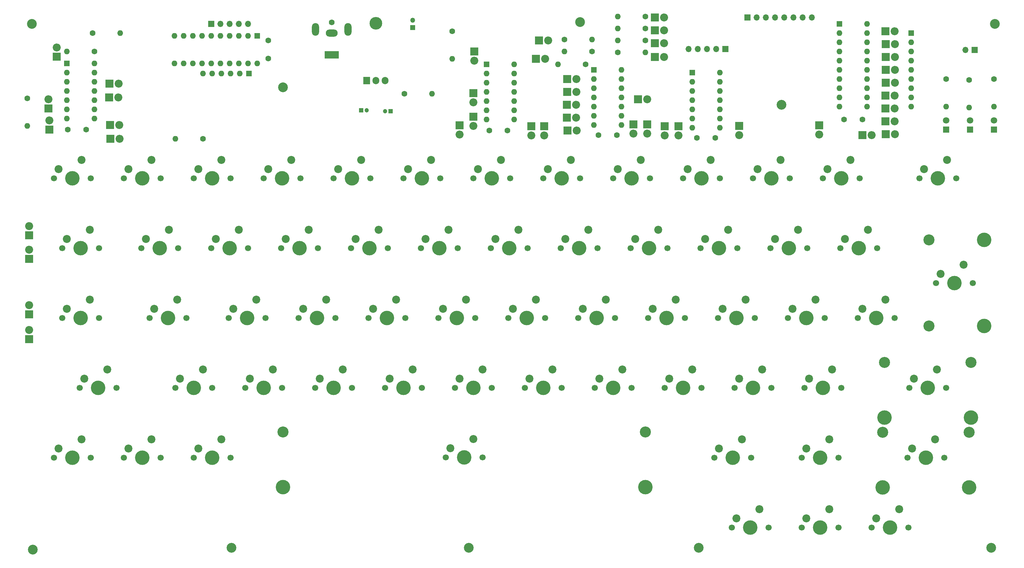
<source format=gbr>
%TF.GenerationSoftware,KiCad,Pcbnew,6.0.2+dfsg-1*%
%TF.CreationDate,2024-11-18T22:50:37+00:00*%
%TF.ProjectId,kb,6b622e6b-6963-4616-945f-706362585858,rev?*%
%TF.SameCoordinates,Original*%
%TF.FileFunction,Soldermask,Top*%
%TF.FilePolarity,Negative*%
%FSLAX46Y46*%
G04 Gerber Fmt 4.6, Leading zero omitted, Abs format (unit mm)*
G04 Created by KiCad (PCBNEW 6.0.2+dfsg-1) date 2024-11-18 22:50:37*
%MOMM*%
%LPD*%
G01*
G04 APERTURE LIST*
%ADD10C,1.600000*%
%ADD11R,2.200000X2.200000*%
%ADD12O,2.200000X2.200000*%
%ADD13C,2.700000*%
%ADD14O,1.600000X1.600000*%
%ADD15C,4.000000*%
%ADD16C,1.700000*%
%ADD17C,2.200000*%
%ADD18R,1.700000X1.700000*%
%ADD19O,1.700000X1.700000*%
%ADD20C,3.050000*%
%ADD21R,1.600000X1.600000*%
%ADD22R,1.200000X1.200000*%
%ADD23C,1.200000*%
%ADD24R,1.800000X1.800000*%
%ADD25C,1.800000*%
%ADD26O,3.500000X3.500000*%
%ADD27R,1.905000X2.000000*%
%ADD28O,1.905000X2.000000*%
%ADD29R,1.350000X1.350000*%
%ADD30O,1.350000X1.350000*%
%ADD31R,4.000000X2.000000*%
%ADD32O,3.300000X2.000000*%
%ADD33O,2.000000X3.500000*%
G04 APERTURE END LIST*
D10*
%TO.C,C3*%
X147066000Y-45212000D03*
X142066000Y-45212000D03*
%TD*%
D11*
%TO.C,D12*%
X183134000Y-36576000D03*
D12*
X185674000Y-36576000D03*
%TD*%
D13*
%TO.C,H2*%
X136398000Y-160528000D03*
%TD*%
D10*
%TO.C,R15*%
X168656000Y-26924000D03*
D14*
X161036000Y-26924000D03*
%TD*%
D13*
%TO.C,H5*%
X281686000Y-15748000D03*
%TD*%
D15*
%TO.C,SW23*%
X137668000Y-116332000D03*
D16*
X132588000Y-116332000D03*
X142748000Y-116332000D03*
D17*
X140208000Y-111252000D03*
X133858000Y-113792000D03*
%TD*%
D10*
%TO.C,R8*%
X185166000Y-13716000D03*
D14*
X177546000Y-13716000D03*
%TD*%
D16*
%TO.C,SW39*%
X93980000Y-116332000D03*
D15*
X99060000Y-116332000D03*
D16*
X104140000Y-116332000D03*
D17*
X101600000Y-111252000D03*
X95250000Y-113792000D03*
%TD*%
D11*
%TO.C,D26*%
X37338000Y-43688000D03*
D12*
X39878000Y-43688000D03*
%TD*%
D11*
%TO.C,D34*%
X137668000Y-34853766D03*
D12*
X137668000Y-37393766D03*
%TD*%
D11*
%TO.C,D28*%
X22606000Y-24836234D03*
D12*
X22606000Y-22296234D03*
%TD*%
D18*
%TO.C,J3*%
X276128000Y-22942000D03*
D19*
X273588000Y-22942000D03*
%TD*%
D15*
%TO.C,SW32*%
X191008000Y-97028000D03*
D16*
X196088000Y-97028000D03*
X185928000Y-97028000D03*
D17*
X193548000Y-91948000D03*
X187198000Y-94488000D03*
%TD*%
D15*
%TO.C,SW20*%
X152400000Y-97028000D03*
D16*
X147320000Y-97028000D03*
X157480000Y-97028000D03*
D17*
X154940000Y-91948000D03*
X148590000Y-94488000D03*
%TD*%
D11*
%TO.C,D30*%
X153670000Y-43997766D03*
D12*
X153670000Y-46537766D03*
%TD*%
D13*
%TO.C,H1*%
X16002000Y-161036000D03*
%TD*%
D16*
%TO.C,SW28*%
X128016000Y-97028000D03*
X138176000Y-97028000D03*
D15*
X133096000Y-97028000D03*
D17*
X135636000Y-91948000D03*
X129286000Y-94488000D03*
%TD*%
D15*
%TO.C,SW24*%
X171704000Y-97028000D03*
D16*
X176784000Y-97028000D03*
X166624000Y-97028000D03*
D17*
X174244000Y-91948000D03*
X167894000Y-94488000D03*
%TD*%
D13*
%TO.C,H3*%
X280670000Y-160528000D03*
%TD*%
D11*
%TO.C,D45*%
X251515766Y-32004000D03*
D12*
X254055766Y-32004000D03*
%TD*%
D16*
%TO.C,SW55*%
X39116000Y-116332000D03*
X28956000Y-116332000D03*
D15*
X34036000Y-116332000D03*
D17*
X36576000Y-111252000D03*
X30226000Y-113792000D03*
%TD*%
D10*
%TO.C,C5*%
X204430000Y-47244000D03*
X199430000Y-47244000D03*
%TD*%
D11*
%TO.C,D11*%
X181864000Y-43489766D03*
D12*
X181864000Y-46029766D03*
%TD*%
D16*
%TO.C,SW1*%
X209042000Y-154940000D03*
D15*
X214122000Y-154940000D03*
D16*
X219202000Y-154940000D03*
D17*
X216662000Y-149860000D03*
X210312000Y-152400000D03*
%TD*%
D11*
%TO.C,D29*%
X133858000Y-43743766D03*
D12*
X133858000Y-46283766D03*
%TD*%
D10*
%TO.C,R2*%
X170434000Y-23368000D03*
D14*
X162814000Y-23368000D03*
%TD*%
D16*
%TO.C,SW37*%
X205740000Y-58420000D03*
X195580000Y-58420000D03*
D15*
X200660000Y-58420000D03*
D17*
X203200000Y-53340000D03*
X196850000Y-55880000D03*
%TD*%
D11*
%TO.C,D18*%
X14986000Y-80716234D03*
D12*
X14986000Y-78176234D03*
%TD*%
D16*
%TO.C,SW54*%
X239014000Y-77724000D03*
X249174000Y-77724000D03*
D15*
X244094000Y-77724000D03*
D17*
X246634000Y-72644000D03*
X240284000Y-75184000D03*
%TD*%
D15*
%TO.C,SW57*%
X135128000Y-135570000D03*
D20*
X185128000Y-128570000D03*
D16*
X130048000Y-135570000D03*
D20*
X85128000Y-128570000D03*
D15*
X85128000Y-143810000D03*
D16*
X140208000Y-135570000D03*
D15*
X185128000Y-143810000D03*
D17*
X137668000Y-130490000D03*
X131318000Y-133030000D03*
%TD*%
D15*
%TO.C,SW17*%
X65532000Y-135636000D03*
D16*
X60452000Y-135636000D03*
X70612000Y-135636000D03*
D17*
X68072000Y-130556000D03*
X61722000Y-133096000D03*
%TD*%
D11*
%TO.C,D35*%
X37393766Y-47498000D03*
D12*
X39933766Y-47498000D03*
%TD*%
D10*
%TO.C,R3*%
X268224000Y-30988000D03*
D14*
X268224000Y-38608000D03*
%TD*%
D15*
%TO.C,SW47*%
X79756000Y-116332000D03*
D16*
X74676000Y-116332000D03*
X84836000Y-116332000D03*
D17*
X82296000Y-111252000D03*
X75946000Y-113792000D03*
%TD*%
D16*
%TO.C,SW25*%
X151892000Y-116332000D03*
X162052000Y-116332000D03*
D15*
X156972000Y-116332000D03*
D17*
X159512000Y-111252000D03*
X153162000Y-113792000D03*
%TD*%
D11*
%TO.C,D16*%
X245110000Y-46482000D03*
D12*
X247650000Y-46482000D03*
%TD*%
D15*
%TO.C,SW29*%
X181356000Y-58420000D03*
D16*
X186436000Y-58420000D03*
X176276000Y-58420000D03*
D17*
X183896000Y-53340000D03*
X177546000Y-55880000D03*
%TD*%
D16*
%TO.C,SW7*%
X260858000Y-58420000D03*
X271018000Y-58420000D03*
D15*
X265938000Y-58420000D03*
D17*
X268478000Y-53340000D03*
X262128000Y-55880000D03*
%TD*%
D21*
%TO.C,U3*%
X25410000Y-26665000D03*
D14*
X25410000Y-29205000D03*
X25410000Y-31745000D03*
X25410000Y-34285000D03*
X25410000Y-36825000D03*
X25410000Y-39365000D03*
X25410000Y-41905000D03*
X33030000Y-41905000D03*
X33030000Y-39365000D03*
X33030000Y-36825000D03*
X33030000Y-34285000D03*
X33030000Y-31745000D03*
X33030000Y-29205000D03*
X33030000Y-26665000D03*
%TD*%
D15*
%TO.C,SW35*%
X108966000Y-77724000D03*
D16*
X114046000Y-77724000D03*
X103886000Y-77724000D03*
D17*
X111506000Y-72644000D03*
X105156000Y-75184000D03*
%TD*%
D16*
%TO.C,SW49*%
X32004000Y-135636000D03*
D15*
X26924000Y-135636000D03*
D16*
X21844000Y-135636000D03*
D17*
X29464000Y-130556000D03*
X23114000Y-133096000D03*
%TD*%
D22*
%TO.C,C2*%
X114768600Y-39878000D03*
D23*
X113268600Y-39878000D03*
%TD*%
D16*
%TO.C,SW27*%
X133350000Y-77724000D03*
D15*
X128270000Y-77724000D03*
D16*
X123190000Y-77724000D03*
D17*
X130810000Y-72644000D03*
X124460000Y-75184000D03*
%TD*%
D15*
%TO.C,SW60*%
X248920000Y-97028000D03*
D16*
X254000000Y-97028000D03*
X243840000Y-97028000D03*
D17*
X251460000Y-91948000D03*
X245110000Y-94488000D03*
%TD*%
D11*
%TO.C,D41*%
X251460000Y-17780000D03*
D12*
X254000000Y-17780000D03*
%TD*%
D21*
%TO.C,U4*%
X141274000Y-26919000D03*
D14*
X141274000Y-29459000D03*
X141274000Y-31999000D03*
X141274000Y-34539000D03*
X141274000Y-37079000D03*
X141274000Y-39619000D03*
X141274000Y-42159000D03*
X148894000Y-42159000D03*
X148894000Y-39619000D03*
X148894000Y-37079000D03*
X148894000Y-34539000D03*
X148894000Y-31999000D03*
X148894000Y-29459000D03*
X148894000Y-26919000D03*
%TD*%
D16*
%TO.C,SW45*%
X225044000Y-58420000D03*
D15*
X219964000Y-58420000D03*
D16*
X214884000Y-58420000D03*
D17*
X222504000Y-53340000D03*
X216154000Y-55880000D03*
%TD*%
D10*
%TO.C,C6*%
X177252000Y-46482000D03*
X172252000Y-46482000D03*
%TD*%
D11*
%TO.C,D15*%
X251515766Y-46228000D03*
D12*
X254055766Y-46228000D03*
%TD*%
D11*
%TO.C,D10*%
X163631766Y-45212000D03*
D12*
X166171766Y-45212000D03*
%TD*%
D16*
%TO.C,SW16*%
X65532000Y-116332000D03*
D15*
X60452000Y-116332000D03*
D16*
X55372000Y-116332000D03*
D17*
X62992000Y-111252000D03*
X56642000Y-113792000D03*
%TD*%
D11*
%TO.C,D6*%
X187761766Y-13970000D03*
D12*
X190301766Y-13970000D03*
%TD*%
D15*
%TO.C,SW34*%
X104140000Y-58420000D03*
D16*
X109220000Y-58420000D03*
X99060000Y-58420000D03*
D17*
X106680000Y-53340000D03*
X100330000Y-55880000D03*
%TD*%
D10*
%TO.C,R4*%
X274574000Y-31242000D03*
D14*
X274574000Y-38862000D03*
%TD*%
D11*
%TO.C,D20*%
X163520234Y-41656000D03*
D12*
X166060234Y-41656000D03*
%TD*%
D11*
%TO.C,D13*%
X163576000Y-34544000D03*
D12*
X166116000Y-34544000D03*
%TD*%
D11*
%TO.C,D47*%
X251460000Y-39116000D03*
D12*
X254000000Y-39116000D03*
%TD*%
D11*
%TO.C,D42*%
X251515766Y-21336000D03*
D12*
X254055766Y-21336000D03*
%TD*%
D16*
%TO.C,SW50*%
X60452000Y-58420000D03*
X70612000Y-58420000D03*
D15*
X65532000Y-58420000D03*
D17*
X68072000Y-53340000D03*
X61722000Y-55880000D03*
%TD*%
D15*
%TO.C,SW59*%
X251244000Y-124572000D03*
D16*
X268224000Y-116332000D03*
D20*
X275044000Y-109332000D03*
X251244000Y-109332000D03*
D16*
X258064000Y-116332000D03*
D15*
X275044000Y-124572000D03*
X263144000Y-116332000D03*
D17*
X265684000Y-111252000D03*
X259334000Y-113792000D03*
%TD*%
D10*
%TO.C,C8*%
X81026000Y-20360000D03*
X81026000Y-25360000D03*
%TD*%
D13*
%TO.C,H9*%
X85090000Y-33274000D03*
%TD*%
D10*
%TO.C,C4*%
X30694000Y-44958000D03*
X25694000Y-44958000D03*
%TD*%
D11*
%TO.C,D43*%
X251515766Y-24892000D03*
D12*
X254055766Y-24892000D03*
%TD*%
D11*
%TO.C,D37*%
X137922000Y-23368000D03*
D12*
X137922000Y-25908000D03*
%TD*%
D16*
%TO.C,SW13*%
X41148000Y-135636000D03*
X51308000Y-135636000D03*
D15*
X46228000Y-135636000D03*
D17*
X48768000Y-130556000D03*
X42418000Y-133096000D03*
%TD*%
D11*
%TO.C,D33*%
X20574000Y-44958000D03*
D12*
X20574000Y-42418000D03*
%TD*%
D22*
%TO.C,C1*%
X106719401Y-39624000D03*
D23*
X108219401Y-39624000D03*
%TD*%
D15*
%TO.C,SW22*%
X166878000Y-77724000D03*
D16*
X161798000Y-77724000D03*
X171958000Y-77724000D03*
D17*
X169418000Y-72644000D03*
X163068000Y-75184000D03*
%TD*%
D11*
%TO.C,D48*%
X251460000Y-42672000D03*
D12*
X254000000Y-42672000D03*
%TD*%
D18*
%TO.C,J2*%
X213375000Y-13945000D03*
D19*
X215915000Y-13945000D03*
X218455000Y-13945000D03*
X220995000Y-13945000D03*
X223535000Y-13945000D03*
X226075000Y-13945000D03*
X228615000Y-13945000D03*
X231155000Y-13945000D03*
%TD*%
D13*
%TO.C,H6*%
X15748000Y-15748000D03*
%TD*%
D16*
%TO.C,SW10*%
X239268000Y-116332000D03*
D15*
X234188000Y-116332000D03*
D16*
X229108000Y-116332000D03*
D17*
X236728000Y-111252000D03*
X230378000Y-113792000D03*
%TD*%
D11*
%TO.C,D21*%
X163576000Y-30988000D03*
D12*
X166116000Y-30988000D03*
%TD*%
D10*
%TO.C,R10*%
X32512000Y-18288000D03*
D14*
X40132000Y-18288000D03*
%TD*%
D11*
%TO.C,D23*%
X14986000Y-96012000D03*
D12*
X14986000Y-93472000D03*
%TD*%
D24*
%TO.C,D38*%
X268224000Y-44963000D03*
D25*
X268224000Y-42423000D03*
%TD*%
D16*
%TO.C,SW9*%
X48260000Y-97028000D03*
X58420000Y-97028000D03*
D15*
X53340000Y-97028000D03*
D17*
X55880000Y-91948000D03*
X49530000Y-94488000D03*
%TD*%
D18*
%TO.C,J1*%
X65278000Y-15748000D03*
D19*
X67818000Y-15748000D03*
X70358000Y-15748000D03*
X72898000Y-15748000D03*
X75438000Y-15748000D03*
%TD*%
D10*
%TO.C,C7*%
X240070000Y-42164000D03*
X245070000Y-42164000D03*
%TD*%
D11*
%TO.C,D22*%
X20320000Y-39116000D03*
D12*
X20320000Y-36576000D03*
%TD*%
D16*
%TO.C,SW11*%
X209804000Y-116332000D03*
X219964000Y-116332000D03*
D15*
X214884000Y-116332000D03*
D17*
X217424000Y-111252000D03*
X211074000Y-113792000D03*
%TD*%
D13*
%TO.C,H4*%
X199898000Y-160528000D03*
%TD*%
D24*
%TO.C,D39*%
X274828000Y-44963000D03*
D25*
X274828000Y-42423000D03*
%TD*%
D15*
%TO.C,SW8*%
X29210000Y-77724000D03*
D16*
X24130000Y-77724000D03*
X34290000Y-77724000D03*
D17*
X31750000Y-72644000D03*
X25400000Y-75184000D03*
%TD*%
D15*
%TO.C,SW58*%
X274536000Y-143876000D03*
D16*
X267716000Y-135636000D03*
D15*
X262636000Y-135636000D03*
D20*
X250736000Y-128636000D03*
D16*
X257556000Y-135636000D03*
D20*
X274536000Y-128636000D03*
D15*
X250736000Y-143876000D03*
D17*
X265176000Y-130556000D03*
X258826000Y-133096000D03*
%TD*%
D16*
%TO.C,SW40*%
X215392000Y-97028000D03*
X205232000Y-97028000D03*
D15*
X210312000Y-97028000D03*
D17*
X212852000Y-91948000D03*
X206502000Y-94488000D03*
%TD*%
D10*
%TO.C,R13*%
X33020000Y-23368000D03*
D14*
X25400000Y-23368000D03*
%TD*%
D16*
%TO.C,SW38*%
X210566000Y-77724000D03*
D15*
X205486000Y-77724000D03*
D16*
X200406000Y-77724000D03*
D17*
X208026000Y-72644000D03*
X201676000Y-75184000D03*
%TD*%
D20*
%TO.C,SW56*%
X263510000Y-75476000D03*
D16*
X275590000Y-87376000D03*
D15*
X278750000Y-75476000D03*
D16*
X265430000Y-87376000D03*
D20*
X263510000Y-99276000D03*
D15*
X270510000Y-87376000D03*
X278750000Y-99276000D03*
D17*
X273050000Y-82296000D03*
X266700000Y-84836000D03*
%TD*%
D13*
%TO.C,H7*%
X167132000Y-15240000D03*
%TD*%
D26*
%TO.C,U5*%
X110744000Y-15602000D03*
D27*
X108204000Y-31402000D03*
D28*
X110744000Y-31402000D03*
X113284000Y-31402000D03*
%TD*%
D15*
%TO.C,SW43*%
X89662000Y-77724000D03*
D16*
X94742000Y-77724000D03*
X84582000Y-77724000D03*
D17*
X92202000Y-72644000D03*
X85852000Y-75184000D03*
%TD*%
D16*
%TO.C,SW42*%
X89916000Y-58420000D03*
D15*
X84836000Y-58420000D03*
D16*
X79756000Y-58420000D03*
D17*
X87376000Y-53340000D03*
X81026000Y-55880000D03*
%TD*%
D11*
%TO.C,D44*%
X251515766Y-28448000D03*
D12*
X254055766Y-28448000D03*
%TD*%
D13*
%TO.C,H8*%
X222758000Y-38100000D03*
%TD*%
D11*
%TO.C,D14*%
X163520234Y-38100000D03*
D12*
X166060234Y-38100000D03*
%TD*%
D15*
%TO.C,SW53*%
X239268000Y-58420000D03*
D16*
X244348000Y-58420000D03*
X234188000Y-58420000D03*
D17*
X241808000Y-53340000D03*
X235458000Y-55880000D03*
%TD*%
D11*
%TO.C,D3*%
X211074000Y-43942000D03*
D12*
X211074000Y-46482000D03*
%TD*%
D11*
%TO.C,D46*%
X251460000Y-35560000D03*
D12*
X254000000Y-35560000D03*
%TD*%
D10*
%TO.C,R9*%
X185166000Y-20320000D03*
D14*
X177546000Y-20320000D03*
%TD*%
D11*
%TO.C,D2*%
X185674000Y-43489766D03*
D12*
X185674000Y-46029766D03*
%TD*%
D16*
%TO.C,SW51*%
X75438000Y-77724000D03*
D15*
X70358000Y-77724000D03*
D16*
X65278000Y-77724000D03*
D17*
X72898000Y-72644000D03*
X66548000Y-75184000D03*
%TD*%
D16*
%TO.C,SW5*%
X21844000Y-58420000D03*
D15*
X26924000Y-58420000D03*
D16*
X32004000Y-58420000D03*
D17*
X29464000Y-53340000D03*
X23114000Y-55880000D03*
%TD*%
D10*
%TO.C,R16*%
X131826000Y-17780000D03*
D14*
X131826000Y-25400000D03*
%TD*%
D11*
%TO.C,D8*%
X187761766Y-21082000D03*
D12*
X190301766Y-21082000D03*
%TD*%
D16*
%TO.C,SW18*%
X147828000Y-58420000D03*
X137668000Y-58420000D03*
D15*
X142748000Y-58420000D03*
D17*
X145288000Y-53340000D03*
X138938000Y-55880000D03*
%TD*%
D16*
%TO.C,SW31*%
X113284000Y-116332000D03*
D15*
X118364000Y-116332000D03*
D16*
X123444000Y-116332000D03*
D17*
X120904000Y-111252000D03*
X114554000Y-113792000D03*
%TD*%
D16*
%TO.C,SW36*%
X118872000Y-97028000D03*
X108712000Y-97028000D03*
D15*
X113792000Y-97028000D03*
D17*
X116332000Y-91948000D03*
X109982000Y-94488000D03*
%TD*%
D10*
%TO.C,R1*%
X162814000Y-20066000D03*
D14*
X170434000Y-20066000D03*
%TD*%
D11*
%TO.C,D31*%
X157226000Y-43997766D03*
D12*
X157226000Y-46537766D03*
%TD*%
D15*
%TO.C,SW30*%
X186182000Y-77724000D03*
D16*
X181102000Y-77724000D03*
X191262000Y-77724000D03*
D17*
X188722000Y-72644000D03*
X182372000Y-75184000D03*
%TD*%
D16*
%TO.C,SW6*%
X51308000Y-58420000D03*
X41148000Y-58420000D03*
D15*
X46228000Y-58420000D03*
D17*
X48768000Y-53340000D03*
X42418000Y-55880000D03*
%TD*%
D11*
%TO.C,D4*%
X194310000Y-43997766D03*
D12*
X194310000Y-46537766D03*
%TD*%
D16*
%TO.C,SW15*%
X34290000Y-97028000D03*
X24130000Y-97028000D03*
D15*
X29210000Y-97028000D03*
D17*
X31750000Y-91948000D03*
X25400000Y-94488000D03*
%TD*%
D16*
%TO.C,SW52*%
X80264000Y-97028000D03*
D15*
X75184000Y-97028000D03*
D16*
X70104000Y-97028000D03*
D17*
X77724000Y-91948000D03*
X71374000Y-94488000D03*
%TD*%
D15*
%TO.C,SW41*%
X195580000Y-116332000D03*
D16*
X190500000Y-116332000D03*
X200660000Y-116332000D03*
D17*
X198120000Y-111252000D03*
X191770000Y-113792000D03*
%TD*%
D11*
%TO.C,D27*%
X154940000Y-25400000D03*
D12*
X157480000Y-25400000D03*
%TD*%
D15*
%TO.C,SW19*%
X147574000Y-77724000D03*
D16*
X152654000Y-77724000D03*
X142494000Y-77724000D03*
D17*
X150114000Y-72644000D03*
X143764000Y-75184000D03*
%TD*%
D18*
%TO.C,J5*%
X207284000Y-22688000D03*
D19*
X204744000Y-22688000D03*
X202204000Y-22688000D03*
X199664000Y-22688000D03*
X197124000Y-22688000D03*
%TD*%
D21*
%TO.C,U7*%
X77973000Y-19060000D03*
D14*
X75433000Y-19060000D03*
X72893000Y-19060000D03*
X70353000Y-19060000D03*
X67813000Y-19060000D03*
X65273000Y-19060000D03*
X62733000Y-19060000D03*
X60193000Y-19060000D03*
X57653000Y-19060000D03*
X55113000Y-19060000D03*
X55113000Y-26680000D03*
X57653000Y-26680000D03*
X60193000Y-26680000D03*
X62733000Y-26680000D03*
X65273000Y-26680000D03*
X67813000Y-26680000D03*
X70353000Y-26680000D03*
X72893000Y-26680000D03*
X75433000Y-26680000D03*
X77973000Y-26680000D03*
%TD*%
D11*
%TO.C,D5*%
X233172000Y-43743766D03*
D12*
X233172000Y-46283766D03*
%TD*%
D16*
%TO.C,SW33*%
X171196000Y-116332000D03*
X181356000Y-116332000D03*
D15*
X176276000Y-116332000D03*
D17*
X178816000Y-111252000D03*
X172466000Y-113792000D03*
%TD*%
D21*
%TO.C,U6*%
X238770000Y-15753000D03*
D14*
X238770000Y-18293000D03*
X238770000Y-20833000D03*
X238770000Y-23373000D03*
X238770000Y-25913000D03*
X238770000Y-28453000D03*
X238770000Y-30993000D03*
X238770000Y-33533000D03*
X238770000Y-36073000D03*
X238770000Y-38613000D03*
X246390000Y-38613000D03*
X246390000Y-36073000D03*
X246390000Y-33533000D03*
X246390000Y-30993000D03*
X246390000Y-28453000D03*
X246390000Y-25913000D03*
X246390000Y-23373000D03*
X246390000Y-20833000D03*
X246390000Y-18293000D03*
X246390000Y-15753000D03*
%TD*%
D11*
%TO.C,D19*%
X155757766Y-20320000D03*
D12*
X158297766Y-20320000D03*
%TD*%
D29*
%TO.C,J4*%
X120904000Y-16764000D03*
D30*
X120904000Y-14764000D03*
%TD*%
D16*
%TO.C,SW2*%
X257810000Y-154940000D03*
X247650000Y-154940000D03*
D15*
X252730000Y-154940000D03*
D17*
X255270000Y-149860000D03*
X248920000Y-152400000D03*
%TD*%
D11*
%TO.C,D25*%
X14986000Y-102870000D03*
D12*
X14986000Y-100330000D03*
%TD*%
D10*
%TO.C,R5*%
X281432000Y-30988000D03*
D14*
X281432000Y-38608000D03*
%TD*%
D11*
%TO.C,D17*%
X14986000Y-74168000D03*
D12*
X14986000Y-71628000D03*
%TD*%
D16*
%TO.C,SW12*%
X204216000Y-135636000D03*
D15*
X209296000Y-135636000D03*
D16*
X214376000Y-135636000D03*
D17*
X211836000Y-130556000D03*
X205486000Y-133096000D03*
%TD*%
D21*
%TO.C,U1*%
X198120000Y-29210000D03*
D14*
X198120000Y-31750000D03*
X198120000Y-34290000D03*
X198120000Y-36830000D03*
X198120000Y-39370000D03*
X198120000Y-41910000D03*
X198120000Y-44450000D03*
X205740000Y-44450000D03*
X205740000Y-41910000D03*
X205740000Y-39370000D03*
X205740000Y-36830000D03*
X205740000Y-34290000D03*
X205740000Y-31750000D03*
X205740000Y-29210000D03*
%TD*%
D13*
%TO.C,H10*%
X70866000Y-160528000D03*
%TD*%
D10*
%TO.C,R11*%
X14478000Y-36322000D03*
D14*
X14478000Y-43942000D03*
%TD*%
D24*
%TO.C,D40*%
X281432000Y-44963000D03*
D25*
X281432000Y-42423000D03*
%TD*%
D11*
%TO.C,D1*%
X190500000Y-43997766D03*
D12*
X190500000Y-46537766D03*
%TD*%
D21*
%TO.C,RN1*%
X75692000Y-29464000D03*
D14*
X73152000Y-29464000D03*
X70612000Y-29464000D03*
X68072000Y-29464000D03*
X65532000Y-29464000D03*
X62992000Y-29464000D03*
%TD*%
D10*
%TO.C,R7*%
X185166000Y-17018000D03*
D14*
X177546000Y-17018000D03*
%TD*%
D16*
%TO.C,SW44*%
X89408000Y-97028000D03*
D15*
X94488000Y-97028000D03*
D16*
X99568000Y-97028000D03*
D17*
X97028000Y-91948000D03*
X90678000Y-94488000D03*
%TD*%
D21*
%TO.C,RN2*%
X258572000Y-18288000D03*
D14*
X258572000Y-20828000D03*
X258572000Y-23368000D03*
X258572000Y-25908000D03*
X258572000Y-28448000D03*
X258572000Y-30988000D03*
X258572000Y-33528000D03*
X258572000Y-36068000D03*
X258572000Y-38608000D03*
%TD*%
D16*
%TO.C,SW21*%
X167132000Y-58420000D03*
D15*
X162052000Y-58420000D03*
D16*
X156972000Y-58420000D03*
D17*
X164592000Y-53340000D03*
X158242000Y-55880000D03*
%TD*%
D16*
%TO.C,SW14*%
X45974000Y-77724000D03*
D15*
X51054000Y-77724000D03*
D16*
X56134000Y-77724000D03*
D17*
X53594000Y-72644000D03*
X47244000Y-75184000D03*
%TD*%
D10*
%TO.C,R14*%
X62992000Y-47498000D03*
D14*
X55372000Y-47498000D03*
%TD*%
D10*
%TO.C,R6*%
X177546000Y-23622000D03*
D14*
X185166000Y-23622000D03*
%TD*%
D16*
%TO.C,SW4*%
X238506000Y-154940000D03*
X228346000Y-154940000D03*
D15*
X233426000Y-154940000D03*
D17*
X235966000Y-149860000D03*
X229616000Y-152400000D03*
%TD*%
D11*
%TO.C,D7*%
X187761766Y-17526000D03*
D12*
X190301766Y-17526000D03*
%TD*%
D11*
%TO.C,D32*%
X37139766Y-32258000D03*
D12*
X39679766Y-32258000D03*
%TD*%
D10*
%TO.C,J6*%
X98552000Y-15296000D03*
D31*
X98552000Y-24296000D03*
D32*
X98552000Y-18296000D03*
D33*
X94052000Y-17296000D03*
X103052000Y-17296000D03*
%TD*%
D16*
%TO.C,SW46*%
X219710000Y-77724000D03*
X229870000Y-77724000D03*
D15*
X224790000Y-77724000D03*
D17*
X227330000Y-72644000D03*
X220980000Y-75184000D03*
%TD*%
D11*
%TO.C,D36*%
X137668000Y-41402000D03*
D12*
X137668000Y-43942000D03*
%TD*%
D21*
%TO.C,U2*%
X170952000Y-28443000D03*
D14*
X170952000Y-30983000D03*
X170952000Y-33523000D03*
X170952000Y-36063000D03*
X170952000Y-38603000D03*
X170952000Y-41143000D03*
X170952000Y-43683000D03*
X178572000Y-43683000D03*
X178572000Y-41143000D03*
X178572000Y-38603000D03*
X178572000Y-36063000D03*
X178572000Y-33523000D03*
X178572000Y-30983000D03*
X178572000Y-28443000D03*
%TD*%
D11*
%TO.C,D9*%
X187761766Y-24892000D03*
D12*
X190301766Y-24892000D03*
%TD*%
D16*
%TO.C,SW26*%
X118364000Y-58420000D03*
D15*
X123444000Y-58420000D03*
D16*
X128524000Y-58420000D03*
D17*
X125984000Y-53340000D03*
X119634000Y-55880000D03*
%TD*%
D11*
%TO.C,D24*%
X37084000Y-36068000D03*
D12*
X39624000Y-36068000D03*
%TD*%
D16*
%TO.C,SW48*%
X234696000Y-97028000D03*
D15*
X229616000Y-97028000D03*
D16*
X224536000Y-97028000D03*
D17*
X232156000Y-91948000D03*
X225806000Y-94488000D03*
%TD*%
D10*
%TO.C,R12*%
X118618000Y-35052000D03*
D14*
X126238000Y-35052000D03*
%TD*%
D16*
%TO.C,SW3*%
X228346000Y-135636000D03*
X238506000Y-135636000D03*
D15*
X233426000Y-135636000D03*
D17*
X235966000Y-130556000D03*
X229616000Y-133096000D03*
%TD*%
M02*

</source>
